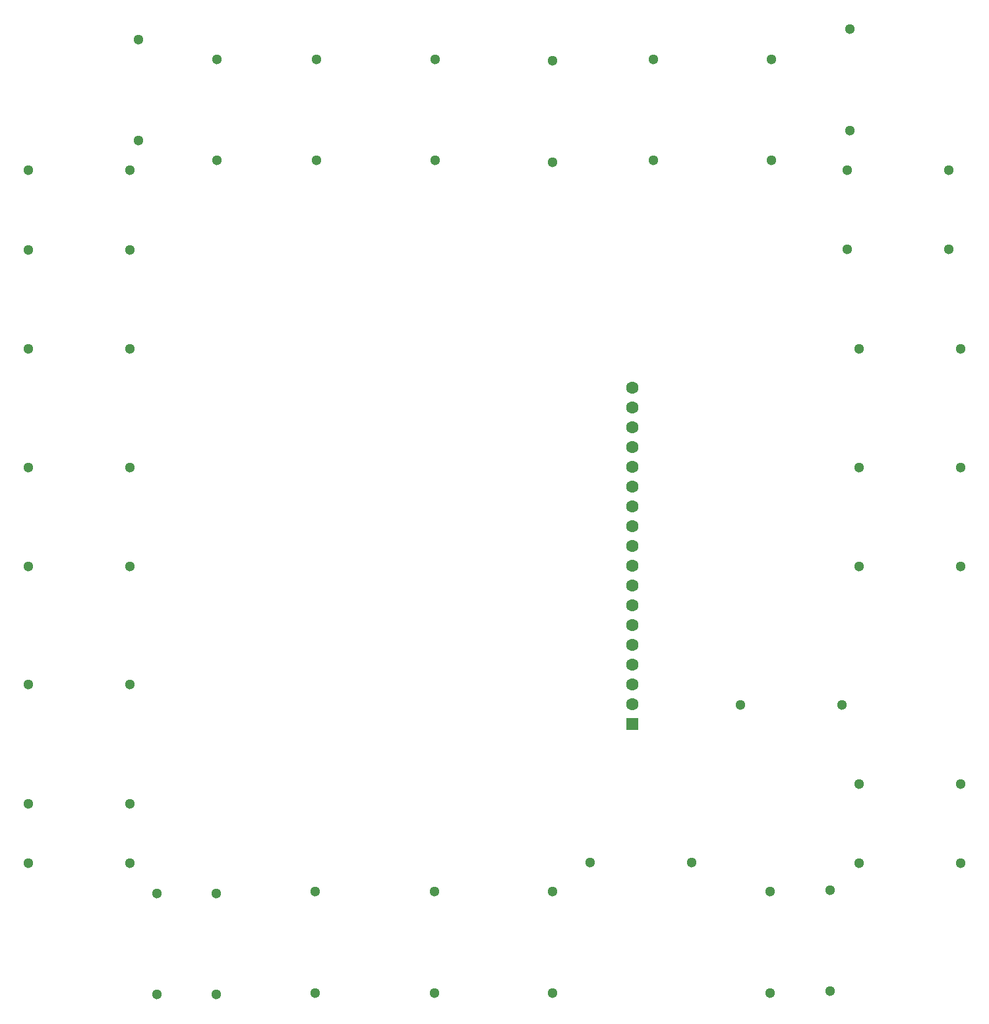
<source format=gbs>
G04 #@! TF.GenerationSoftware,KiCad,Pcbnew,8.0.5*
G04 #@! TF.CreationDate,2024-12-27T19:58:17-05:00*
G04 #@! TF.ProjectId,line_sensor_pcb,6c696e65-5f73-4656-9e73-6f725f706362,rev?*
G04 #@! TF.SameCoordinates,Original*
G04 #@! TF.FileFunction,Soldermask,Bot*
G04 #@! TF.FilePolarity,Negative*
%FSLAX46Y46*%
G04 Gerber Fmt 4.6, Leading zero omitted, Abs format (unit mm)*
G04 Created by KiCad (PCBNEW 8.0.5) date 2024-12-27 19:58:17*
%MOMM*%
%LPD*%
G01*
G04 APERTURE LIST*
G04 Aperture macros list*
%AMRoundRect*
0 Rectangle with rounded corners*
0 $1 Rounding radius*
0 $2 $3 $4 $5 $6 $7 $8 $9 X,Y pos of 4 corners*
0 Add a 4 corners polygon primitive as box body*
4,1,4,$2,$3,$4,$5,$6,$7,$8,$9,$2,$3,0*
0 Add four circle primitives for the rounded corners*
1,1,$1+$1,$2,$3*
1,1,$1+$1,$4,$5*
1,1,$1+$1,$6,$7*
1,1,$1+$1,$8,$9*
0 Add four rect primitives between the rounded corners*
20,1,$1+$1,$2,$3,$4,$5,0*
20,1,$1+$1,$4,$5,$6,$7,0*
20,1,$1+$1,$6,$7,$8,$9,0*
20,1,$1+$1,$8,$9,$2,$3,0*%
G04 Aperture macros list end*
%ADD10C,1.300000*%
%ADD11RoundRect,0.102000X0.699000X-0.699000X0.699000X0.699000X-0.699000X0.699000X-0.699000X-0.699000X0*%
%ADD12C,1.602000*%
G04 APERTURE END LIST*
D10*
X76300000Y-47040000D03*
X76300000Y-34040000D03*
X146000000Y-127100000D03*
X159000000Y-127100000D03*
X106580000Y-140920000D03*
X106580000Y-153920000D03*
X111460000Y-137160000D03*
X124460000Y-137160000D03*
X55780000Y-141140000D03*
X55780000Y-154140000D03*
X39320000Y-71220000D03*
X52320000Y-71220000D03*
X144780000Y-43180000D03*
X144780000Y-30180000D03*
X134520000Y-140920000D03*
X134520000Y-153920000D03*
X53440000Y-44500000D03*
X53440000Y-31500000D03*
X91540000Y-47040000D03*
X91540000Y-34040000D03*
X39320000Y-86460000D03*
X52320000Y-86460000D03*
X39320000Y-58520000D03*
X52320000Y-58520000D03*
X63540000Y-34020000D03*
X63540000Y-47020000D03*
X142280000Y-140700000D03*
X142280000Y-153700000D03*
X146000000Y-86460000D03*
X159000000Y-86460000D03*
X39320000Y-114300000D03*
X52320000Y-114300000D03*
X146000000Y-99160000D03*
X159000000Y-99160000D03*
X106580000Y-34240000D03*
X106580000Y-47240000D03*
X119560000Y-47040000D03*
X119560000Y-34040000D03*
X39320000Y-48260000D03*
X52320000Y-48260000D03*
X144480000Y-48260000D03*
X157480000Y-48260000D03*
X146000000Y-137260000D03*
X159000000Y-137260000D03*
D11*
X116840000Y-119380000D03*
D12*
X116840000Y-116840000D03*
X116840000Y-114300000D03*
X116840000Y-111760000D03*
X116840000Y-109220000D03*
X116840000Y-106680000D03*
X116840000Y-104140000D03*
X116840000Y-101600000D03*
X116840000Y-99060000D03*
X116840000Y-96520000D03*
X116840000Y-93980000D03*
X116840000Y-91440000D03*
X116840000Y-88900000D03*
X116840000Y-86360000D03*
X116840000Y-83820000D03*
X116840000Y-81280000D03*
X116840000Y-78740000D03*
X116840000Y-76200000D03*
D10*
X39320000Y-99160000D03*
X52320000Y-99160000D03*
X134720000Y-47040000D03*
X134720000Y-34040000D03*
X130760000Y-116940000D03*
X143760000Y-116940000D03*
X39320000Y-137260000D03*
X52320000Y-137260000D03*
X144480000Y-58420000D03*
X157480000Y-58420000D03*
X63400000Y-141140000D03*
X63400000Y-154140000D03*
X76100000Y-140920000D03*
X76100000Y-153920000D03*
X91480000Y-140920000D03*
X91480000Y-153920000D03*
X146000000Y-71220000D03*
X159000000Y-71220000D03*
X39320000Y-129640000D03*
X52320000Y-129640000D03*
M02*

</source>
